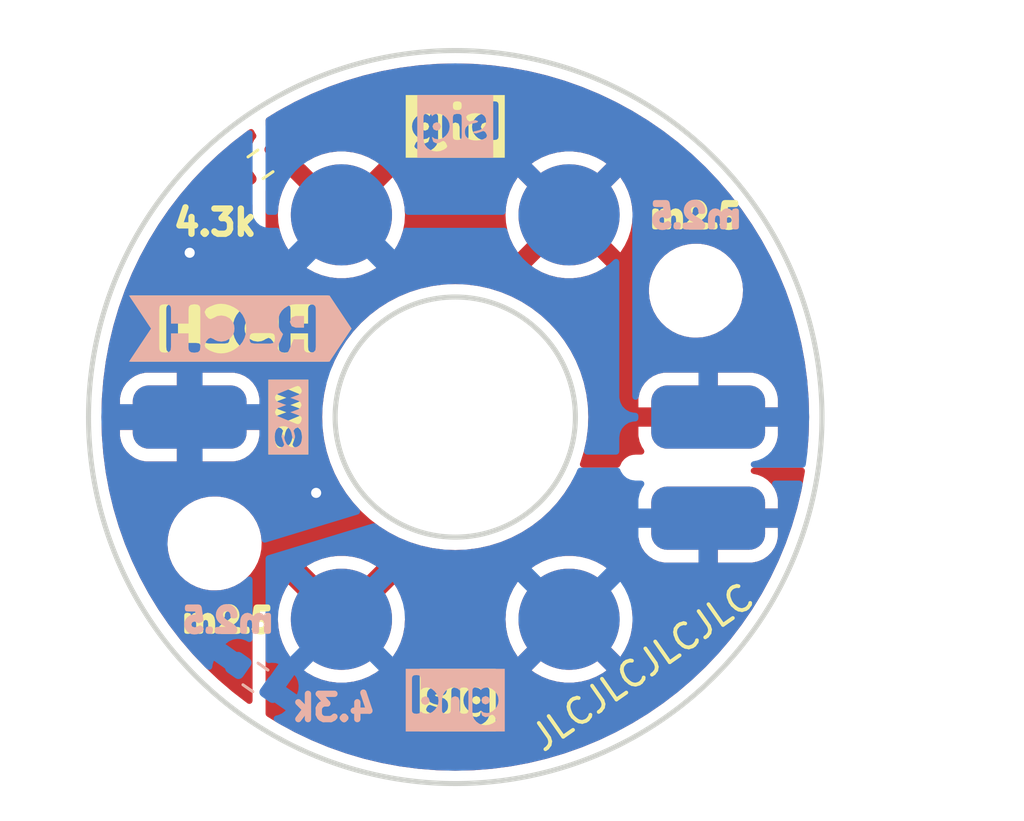
<source format=kicad_pcb>
(kicad_pcb (version 20211014) (generator pcbnew)
  (layers (0 "F.Cu" signal) (31 "B.Cu" signal) (34 "B.Paste" user) (35 "F.Paste" user) (36 "B.SilkS" user "B.Silkscreen") (37 "F.SilkS" user "F.Silkscreen") (38 "B.Mask" user) (39 "F.Mask" user) (44 "Edge.Cuts" user))
  (net 0 "")
  (net 1 "/LEFT+")
  (net 2 "GND")
  (net 3 "/LEFT-")
  (net 4 "/RIGHT+")
  (net 5 "/RIGHT-")
  (footprint "MountingHole:MountingHole_2.7mm_M2.5" (layer "F.Cu") (at 179.516433 95)
    (fp_text reference "H1" hide)
    (fp_text value "MountingHole")
    (pad "" np_thru_hole circle (at 0 0) (size 2.7 2.7) (drill 2.7) (layers *.Cu *.Mask))
  )
  (footprint "Resistor_SMD:R_0603_1608Metric" (layer "F.Cu") (at 162.3 90 35)
    (fp_text reference "R1" hide)
    (fp_text value "4.3k")
    (pad "1" smd roundrect (at -0.825 0 35) (size 0.8 0.95) (layers "F.Cu" "F.Paste" "F.Mask") (net 2 "GND"))
    (pad "2" smd roundrect (at 0.825 0 35) (size 0.8 0.95) (layers "F.Cu" "F.Paste" "F.Mask") (net 3 "/LEFT-"))
  )
  (footprint "kibuzzard-625A7373" (layer "F.Cu") (at 179.5 92)
    (fp_text reference "kibuzzard-625A7373" hide)
    (fp_text value "G***" hide)
  )
  (footprint "compression_contact:1-contact-patch" (layer "F.Cu") (at 159.3 100 90)
    (fp_text reference "J11" hide)
    (fp_text value "Conn_01x01")
    (pad "1" smd roundrect (at 0 0.2 180) (size 4.5 2.5) (layers "F.Cu" "F.Paste" "F.Mask") (net 2 "GND"))
  )
  (footprint "compression_contact:0964-0-15-20-85-14-11-0" (layer "F.Cu") (at 174.5 108)
    (fp_text reference "J1" hide)
    (fp_text value "Conn_01x01")
    (pad "1" smd circle (at 0 0 90) (size 4 4) (layers "F.Cu" "F.Paste" "F.Mask") (net 1 "/LEFT+"))
  )
  (footprint "kibuzzard-6296FC15" (layer "F.Cu") (at 170 88.5)
    (fp_text reference "kibuzzard-6296FC15" hide)
    (fp_text value "G***" hide)
  )
  (footprint "compression_contact:0964-0-15-20-85-14-11-0" (layer "F.Cu") (at 174.5 92)
    (fp_text reference "J4" hide)
    (fp_text value "Conn_01x01")
    (pad "1" smd circle (at 0 0 90) (size 4 4) (layers "F.Cu" "F.Paste" "F.Mask") (net 3 "/LEFT-"))
  )
  (footprint "kibuzzard-625A7373" (layer "F.Cu") (at 161 108)
    (fp_text reference "kibuzzard-625A7373" hide)
    (fp_text value "G***" hide)
  )
  (footprint "kibuzzard-6296FBFD" (layer "F.Cu") (at 170.1 111.2)
    (fp_text reference "kibuzzard-6296FBFD" hide)
    (fp_text value "G***" hide)
  )
  (footprint "compression_contact:0964-0-15-20-85-14-11-0" (layer "F.Cu") (at 165.5 92)
    (fp_text reference "J3" hide)
    (fp_text value "Conn_01x01")
    (pad "1" smd circle (at 0 0 90) (size 4 4) (layers "F.Cu" "F.Paste" "F.Mask") (net 3 "/LEFT-"))
  )
  (footprint "compression_contact:2-contact-patch" (layer "F.Cu") (at 180 102 90)
    (fp_text reference "J5" hide)
    (fp_text value "Conn_01x02")
    (pad "1" smd roundrect (at -2 0 180) (size 4.5 2.5) (layers "F.Cu" "F.Paste" "F.Mask") (net 1 "/LEFT+"))
    (pad "2" smd roundrect (at 2 0 180) (size 4.5 2.5) (layers "F.Cu" "F.Paste" "F.Mask") (net 3 "/LEFT-"))
  )
  (footprint "kibuzzard-6296FC21" (layer "F.Cu") (at 163.4 100 90)
    (fp_text reference "kibuzzard-6296FC21" hide)
    (fp_text value "G***" hide)
  )
  (footprint "kibuzzard-625A7081" (layer "F.Cu") (at 161.5 96.5)
    (fp_text reference "kibuzzard-625A7081" hide)
    (fp_text value "G***" hide)
  )
  (footprint "MountingHole:MountingHole_2.7mm_M2.5" (layer "F.Cu") (at 160.483567 105)
    (fp_text reference "H2" hide)
    (fp_text value "MountingHole")
    (pad "" np_thru_hole circle (at 0 0) (size 2.7 2.7) (drill 2.7) (layers *.Cu *.Mask))
  )
  (footprint "compression_contact:0964-0-15-20-85-14-11-0" (layer "F.Cu") (at 165.5 108)
    (fp_text reference "J2" hide)
    (fp_text value "Conn_01x01")
    (pad "1" smd circle (at 0 0 90) (size 4 4) (layers "F.Cu" "F.Paste" "F.Mask") (net 2 "GND"))
  )
  (footprint "kibuzzard-625A7373" (layer "B.Cu") (at 179.5 92 180)
    (fp_text reference "kibuzzard-625A7373" hide)
    (fp_text value "G***" hide)
  )
  (footprint "compression_contact:0964-0-15-20-85-14-11-0" (layer "B.Cu") (at 165.5 92 180)
    (fp_text reference "J7" hide)
    (fp_text value "Conn_01x01")
    (pad "1" smd circle (at 0 0 90) (size 4 4) (layers "B.Cu" "B.Paste" "B.Mask") (net 2 "GND"))
  )
  (footprint "compression_contact:0964-0-15-20-85-14-11-0" (layer "B.Cu") (at 174.5 108 180)
    (fp_text reference "J9" hide)
    (fp_text value "Conn_01x01")
    (pad "1" smd circle (at 0 0 90) (size 4 4) (layers "B.Cu" "B.Paste" "B.Mask") (net 5 "/RIGHT-"))
  )
  (footprint "compression_contact:2-contact-patch" (layer "B.Cu") (at 180 102 -90)
    (fp_text reference "J10" hide)
    (fp_text value "Conn_01x02")
    (pad "1" smd roundrect (at -2 0 180) (size 4.5 2.5) (layers "B.Cu" "B.Paste" "B.Mask") (net 4 "/RIGHT+"))
    (pad "2" smd roundrect (at 2 0 180) (size 4.5 2.5) (layers "B.Cu" "B.Paste" "B.Mask") (net 5 "/RIGHT-"))
  )
  (footprint "kibuzzard-6296FC15" (layer "B.Cu") (at 170 111.2 180)
    (fp_text reference "kibuzzard-6296FC15" hide)
    (fp_text value "G***" hide)
  )
  (footprint "kibuzzard-625A7373" (layer "B.Cu") (at 161 108 180)
    (fp_text reference "kibuzzard-625A7373" hide)
    (fp_text value "G***" hide)
  )
  (footprint "Resistor_SMD:R_0603_1608Metric" (layer "B.Cu") (at 162.1 110.3 -35)
    (fp_text reference "R2" hide)
    (fp_text value "4.3k")
    (pad "1" smd roundrect (at -0.825 0 325) (size 0.8 0.95) (layers "B.Cu" "B.Paste" "B.Mask") (net 2 "GND"))
    (pad "2" smd roundrect (at 0.825 0 325) (size 0.8 0.95) (layers "B.Cu" "B.Paste" "B.Mask") (net 5 "/RIGHT-"))
  )
  (footprint "compression_contact:0964-0-15-20-85-14-11-0" (layer "B.Cu") (at 174.5 92 180)
    (fp_text reference "J6" hide)
    (fp_text value "Conn_01x01")
    (pad "1" smd circle (at 0 0 90) (size 4 4) (layers "B.Cu" "B.Paste" "B.Mask") (net 4 "/RIGHT+"))
  )
  (footprint "compression_contact:1-contact-patch" (layer "B.Cu") (at 159.3 100 -90)
    (fp_text reference "J12" hide)
    (fp_text value "Conn_01x01")
    (pad "1" smd roundrect (at 0 -0.2 180) (size 4.5 2.5) (layers "B.Cu" "B.Paste" "B.Mask") (net 2 "GND"))
  )
  (footprint "kibuzzard-6296FBFD" (layer "B.Cu") (at 170 88.5 180)
    (fp_text reference "kibuzzard-6296FBFD" hide)
    (fp_text value "G***" hide)
  )
  (footprint "compression_contact:0964-0-15-20-85-14-11-0" (layer "B.Cu") (at 165.5 108 180)
    (fp_text reference "J8" hide)
    (fp_text value "Conn_01x01")
    (pad "1" smd circle (at 0 0 90) (size 4 4) (layers "B.Cu" "B.Paste" "B.Mask") (net 5 "/RIGHT-"))
  )
  (footprint "kibuzzard-625A70B4" (layer "B.Cu") (at 161.500007 96.50001 180)
    (fp_text reference "kibuzzard-625A70B4" hide)
    (fp_text value "G***" hide)
  )
  (footprint "kibuzzard-6296FC21" (layer "B.Cu") (at 163.4 100 90)
    (fp_text reference "kibuzzard-6296FC21" hide)
    (fp_text value "G***" hide)
  )
  (gr_circle (center 170 100) (end 184.5 100) (layer "Edge.Cuts") (width 0.2) (fill none))
  (gr_circle (center 170 100) (end 174.75 100) (layer "Edge.Cuts") (width 0.2) (fill none))
  (gr_text "4.3k" (at 165.2 111.5) (layer "B.SilkS") (effects (font (size 1 1) (thickness 0.25)) (justify mirror)))
  (gr_text "4.3k" (at 160.5 92.3) (layer "F.SilkS") (effects (font (size 1 1) (thickness 0.25))))
  (gr_text "JLCJLCJLCJLC\n" (at 177.4 109.9 35) (layer "F.SilkS") (effects (font (size 1 1))))
  (via (at 164.5 103) (size 0.8) (drill 0.4) (layers "F.Cu" "B.Cu") (net 2))
  (via (at 159.5 93.5) (size 0.8) (drill 0.4) (layers "F.Cu" "B.Cu") (net 2))
  (zone (net 2) (net_name "GND") (layers F&B.Cu) (connect_pads (clearance 0.508)) (min_thickness 0.254) (fill yes (thermal_gap 0.508) (thermal_bridge_width 1.016))
    (polygon (pts (xy 192.5 115) (xy 152 115) (xy 152 83.5) (xy 192.5 83.5)))
  )
  (zone (net 1) (net_name "/LEFT+") (layer "F.Cu") (name "left+") (priority 2) (connect_pads (clearance 0.508)) (min_thickness 0.254) (fill yes (thermal_gap 0.508) (thermal_bridge_width 0.762))
    (polygon (pts (xy 183.5 113.5) (xy 174 116) (xy 162.5 114) (xy 162.5 108) (xy 177 107.5) (xy 177 102) (xy 185.5 102)))
  )
  (zone (net 3) (net_name "/LEFT-") (layer "F.Cu") (name "left-") (priority 1) (connect_pads (clearance 0.508)) (min_thickness 0.254) (fill yes (thermal_gap 0.508) (thermal_bridge_width 0.762))
    (polygon (pts (xy 185.5 102) (xy 180 102) (xy 174 102) (xy 162.5 97) (xy 162.5 87) (xy 165 84.5) (xy 185.5 84.5)))
  )
  (zone (net 5) (net_name "/RIGHT-") (layer "B.Cu") (name "right-") (priority 1) (connect_pads (clearance 0.508)) (min_thickness 0.254) (fill yes (thermal_gap 0.508) (thermal_bridge_width 0.762))
    (polygon (pts (xy 185.5 115) (xy 162.5 115) (xy 162.5 105.5) (xy 174 102) (xy 185.5 102)))
  )
  (zone (net 4) (net_name "/RIGHT+") (layer "B.Cu") (name "right+") (priority 2) (connect_pads (clearance 0.508)) (min_thickness 0.254) (fill yes (thermal_gap 0.508) (thermal_bridge_width 0.762))
    (polygon (pts (xy 177 92) (xy 173 92) (xy 162.5 92) (xy 162.5 84.5) (xy 185.5 84.5) (xy 185.5 102) (xy 177 102)))
  )
)
</source>
